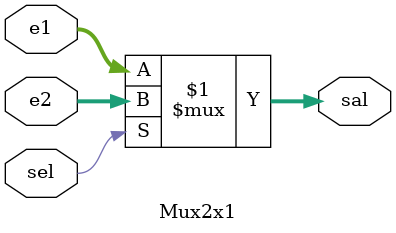
<source format=v>
module Mux2x1 (
    input [31:0] e1,
    input [31:0] e2,
    input sel,
    output [31:0] sal
);

assign sal = (sel)? e2:e1;
    
endmodule
</source>
